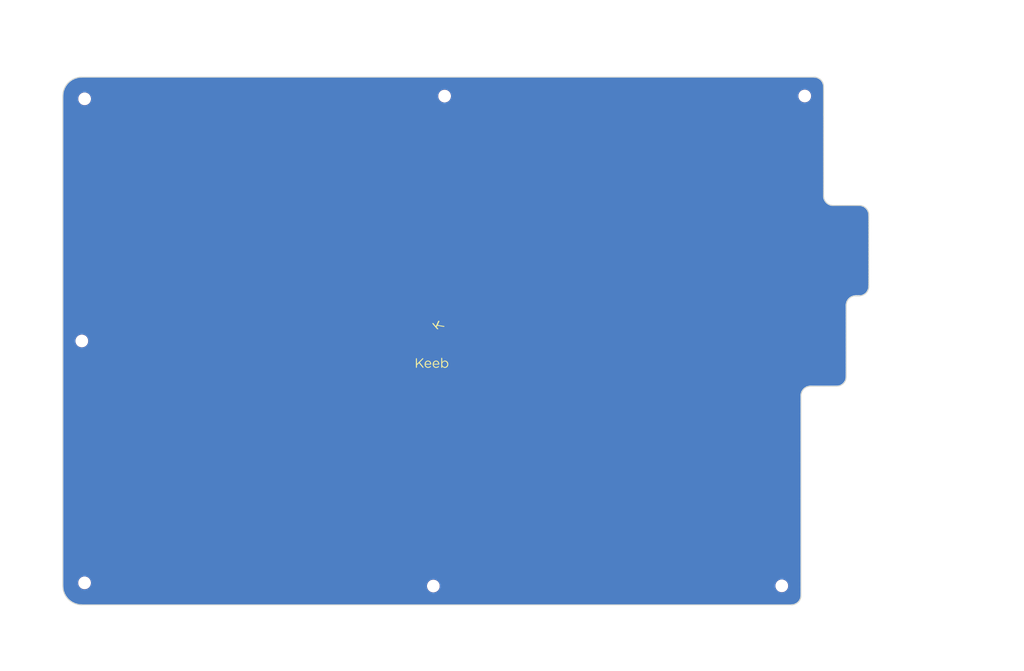
<source format=kicad_pcb>
(kicad_pcb (version 20221018) (generator pcbnew)
  (layers (0 "F.Cu" signal) (31 "B.Cu" signal) (34 "B.Paste" user) (35 "F.Paste" user) (36 "B.SilkS" user "B.Silkscreen") (37 "F.SilkS" user "F.Silkscreen") (38 "B.Mask" user) (39 "F.Mask" user) (44 "Edge.Cuts" user))
  (net 0 "")
  (footprint "Keebio-Art:Keebio-TwoTone" (layer "F.Cu") (at 98 73.86)
    (fp_text reference "G***" hide)
    (fp_text value "LOGO" hide)
  )
  (footprint "Mounting_Holes:MountingHole_2.2mm_M2" (layer "B.Cu") (at 175.22 22.21 180)
    (fp_text reference "REF**" hide)
    (fp_text value "MountingHole_2.2mm_M2" hide)
    (pad "" np_thru_hole circle (at 0 0 180) (size 2.2 2.2) (drill 2.2) (layers "*.Cu" "*.Mask"))
  )
  (footprint "Mounting_Holes:MountingHole_2.2mm_M2" (layer "B.Cu") (at 170.38 125.49 180)
    (fp_text reference "REF**" hide)
    (fp_text value "MountingHole_2.2mm_M2" hide)
    (pad "" np_thru_hole circle (at 0 0 180) (size 2.2 2.2) (drill 2.2) (layers "*.Cu" "*.Mask"))
  )
  (footprint "Mounting_Holes:MountingHole_2.2mm_M2" (layer "B.Cu") (at 96.92 125.53 180)
    (fp_text reference "REF**" hide)
    (fp_text value "MountingHole_2.2mm_M2" hide)
    (pad "" np_thru_hole circle (at 0 0 180) (size 2.2 2.2) (drill 2.2) (layers "*.Cu" "*.Mask"))
  )
  (footprint "Mounting_Holes:MountingHole_2.2mm_M2" (layer "B.Cu") (at 23.38 124.86 180)
    (fp_text reference "REF**" hide)
    (fp_text value "MountingHole_2.2mm_M2" hide)
    (pad "" np_thru_hole circle (at 0 0 180) (size 2.2 2.2) (drill 2.2) (layers "*.Cu" "*.Mask"))
  )
  (footprint "Mounting_Holes:MountingHole_2.2mm_M2" (layer "B.Cu") (at 22.8 73.86 180)
    (fp_text reference "REF**" hide)
    (fp_text value "MountingHole_2.2mm_M2" hide)
    (pad "" np_thru_hole circle (at 0 0 180) (size 2.2 2.2) (drill 2.2) (layers "*.Cu" "*.Mask"))
  )
  (footprint "Mounting_Holes:MountingHole_2.2mm_M2" (layer "B.Cu") (at 23.39 22.81 180)
    (fp_text reference "REF**" hide)
    (fp_text value "MountingHole_2.2mm_M2" hide)
    (pad "" np_thru_hole circle (at 0 0 180) (size 2.2 2.2) (drill 2.2) (layers "*.Cu" "*.Mask"))
  )
  (footprint "Mounting_Holes:MountingHole_2.2mm_M2" (layer "B.Cu") (at 99.29 22.23 180)
    (fp_text reference "REF**" hide)
    (fp_text value "MountingHole_2.2mm_M2" hide)
    (pad "" np_thru_hole circle (at 0 0 180) (size 2.2 2.2) (drill 2.2) (layers "*.Cu" "*.Mask"))
  )
  (gr_line (start 176.037005 83.424035) (end 175.910796 83.453635) (stroke (width 0.2)) (layer "Edge.Cuts"))
  (gr_line (start 182.779033 83.20875) (end 182.661374 83.257403) (stroke (width 0.2)) (layer "Edge.Cuts"))
  (gr_line (start 21.0094 18.65426) (end 20.832909 18.747995) (stroke (width 0.2)) (layer "Edge.Cuts"))
  (gr_line (start 181.126741 45.283905) (end 181.20091 45.285018) (stroke (width 0.2)) (layer "Edge.Cuts"))
  (gr_line (start 179.183118 20.024006) (end 179.169579 19.920815) (stroke (width 0.2)) (layer "Edge.Cuts"))
  (gr_line (start 172.946378 129.417999) (end 173.043994 129.389346) (stroke (width 0.2)) (layer "Edge.Cuts"))
  (gr_line (start 18.843222 21.606635) (end 18.816145 21.813019) (stroke (width 0.2)) (layer "Edge.Cuts"))
  (gr_line (start 179.194115 25.463652) (end 179.194115 25.702125) (stroke (width 0.2)) (layer "Edge.Cuts"))
  (gr_line (start 183.207764 82.945635) (end 183.107427 83.02113) (stroke (width 0.2)) (layer "Edge.Cuts"))
  (gr_line (start 19.637735 19.777661) (end 19.519579 19.937196) (stroke (width 0.2)) (layer "Edge.Cuts"))
  (gr_line (start 183.917855 81.780102) (end 183.888254 81.906311) (stroke (width 0.2)) (layer "Edge.Cuts"))
  (gr_line (start 183.956873 75.909908) (end 183.956873 76.784389) (stroke (width 0.2)) (layer "Edge.Cuts"))
  (gr_line (start 174.43211 127.280309) (end 174.43211 127.484996) (stroke (width 0.2)) (layer "Edge.Cuts"))
  (gr_line (start 179.194115 25.902655) (end 179.194115 26.060345) (stroke (width 0.2)) (layer "Edge.Cuts"))
  (gr_line (start 174.43211 104.504252) (end 174.43211 107.079298) (stroke (width 0.2)) (layer "Edge.Cuts"))
  (gr_line (start 22.372141 129.463009) (end 22.581688 129.479458) (stroke (width 0.2)) (layer "Edge.Cuts"))
  (gr_line (start 179.194115 20.348419) (end 179.194115 20.482853) (stroke (width 0.2)) (layer "Edge.Cuts"))
  (gr_line (start 18.816145 21.813019) (end 18.799695 22.022567) (stroke (width 0.2)) (layer "Edge.Cuts"))
  (gr_line (start 182.892782 83.152967) (end 182.779033 83.20875) (stroke (width 0.2)) (layer "Edge.Cuts"))
  (gr_line (start 186.71112 64.335018) (end 186.697147 64.335018) (stroke (width 0.2)) (layer "Edge.Cuts"))
  (gr_line (start 186.548732 64.335018) (end 186.507694 64.335018) (stroke (width 0.2)) (layer "Edge.Cuts"))
  (gr_line (start 179.194115 23.143183) (end 179.194115 23.510174) (stroke (width 0.2)) (layer "Edge.Cuts"))
  (gr_line (start 188.719352 61.713305) (end 188.719352 62.05051) (stroke (width 0.2)) (layer "Edge.Cuts"))
  (gr_line (start 186.692481 45.285018) (end 186.719345 45.285018) (stroke (width 0.2)) (layer "Edge.Cuts"))
  (gr_line (start 20.661794 18.850147) (end 20.496331 18.96044) (stroke (width 0.2)) (layer "Edge.Cuts"))
  (gr_line (start 179.194115 20.234996) (end 179.194115 20.264168) (stroke (width 0.2)) (layer "Edge.Cuts"))
  (gr_line (start 175.230763 83.785876) (end 175.132908 83.86441) (stroke (width 0.2)) (layer "Edge.Cuts"))
  (gr_line (start 179.194115 42.580687) (end 179.194115 42.962703) (stroke (width 0.2)) (layer "Edge.Cuts"))
  (gr_line (start 188.719352 47.723139) (end 188.719352 48.118677) (stroke (width 0.2)) (layer "Edge.Cuts"))
  (gr_line (start 188.650733 62.856311) (end 188.613301 62.979311) (stroke (width 0.2)) (layer "Edge.Cuts"))
  (gr_line (start 186.718405 64.335018) (end 186.71112 64.335018) (stroke (width 0.2)) (layer "Edge.Cuts"))
  (gr_line (start 173.139474 129.355933) (end 173.232682 129.317896) (stroke (width 0.2)) (layer "Edge.Cuts"))
  (gr_line (start 186.326433 64.335018) (end 186.279951 64.335018) (stroke (width 0.2)) (layer "Edge.Cuts"))
  (gr_line (start 174.43211 126.689151) (end 174.43211 127.280309) (stroke (width 0.2)) (layer "Edge.Cuts"))
  (gr_line (start 174.406583 127.799178) (end 174.420123 127.695986) (stroke (width 0.2)) (layer "Edge.Cuts"))
  (gr_line (start 185.960566 64.335018) (end 185.956859 64.335018) (stroke (width 0.2)) (layer "Edge.Cuts"))
  (gr_line (start 182.415446 83.332195) (end 182.287736 83.357776) (stroke (width 0.2)) (layer "Edge.Cuts"))
  (gr_line (start 19.128358 20.631859) (end 19.052286 20.818273) (stroke (width 0.2)) (layer "Edge.Cuts"))
  (gr_line (start 183.956873 80.763305) (end 183.956873 81.10051) (stroke (width 0.2)) (layer "Edge.Cuts"))
  (gr_line (start 186.985296 45.302545) (end 187.114436 45.324035) (stroke (width 0.2)) (layer "Edge.Cuts"))
  (gr_line (start 178.17472 18.491503) (end 178.086473 18.444635) (stroke (width 0.2)) (layer "Edge.Cuts"))
  (gr_line (start 183.956873 73.169798) (end 183.956873 74.090332) (stroke (width 0.2)) (layer "Edge.Cuts"))
  (gr_line (start 183.477472 82.684208) (end 183.393066 82.776894) (stroke (width 0.2)) (layer "Edge.Cuts"))
  (gr_line (start 183.956873 69.702575) (end 183.956873 70.512583) (stroke (width 0.2)) (layer "Edge.Cuts"))
  (gr_line (start 18.928156 126.515527) (end 18.98546 126.710759) (stroke (width 0.2)) (layer "Edge.Cuts"))
  (gr_line (start 180.72065 83.385018) (end 180.423301 83.385018) (stroke (width 0.2)) (layer "Edge.Cuts"))
  (gr_line (start 183.966785 66.134634) (end 183.957986 66.267644) (stroke (width 0.2)) (layer "Edge.Cuts"))
  (gr_line (start 182.287736 83.357776) (end 182.157236 83.375105) (stroke (width 0.2)) (layer "Edge.Cuts"))
  (gr_line (start 188.487301 46.349092) (end 188.543084 46.46284) (stroke (width 0.2)) (layer "Edge.Cuts"))
  (gr_line (start 179.169579 19.920815) (end 179.150864 19.819344) (stroke (width 0.2)) (layer "Edge.Cuts"))
  (gr_line (start 186.919714 64.325105) (end 186.786704 64.333905) (stroke (width 0.2)) (layer "Edge.Cuts"))
  (gr_line (start 184.709294 45.285018) (end 185.030338 45.285018) (stroke (width 0.2)) (layer "Edge.Cuts"))
  (gr_line (start 21.962818 129.398501) (end 22.165759 129.435931) (stroke (width 0.2)) (layer "Edge.Cuts"))
  (gr_line (start 180.863231 45.257776) (end 180.993731 45.275105) (stroke (width 0.2)) (layer "Edge.Cuts"))
  (gr_line (start 18.816145 125.906974) (end 18.843222 126.113358) (stroke (width 0.2)) (layer "Edge.Cuts"))
  (gr_line (start 187.541512 64.15875) (end 187.423853 64.207403) (stroke (width 0.2)) (layer "Edge.Cuts"))
  (gr_line (start 179.191343 20.128779) (end 179.183118 20.024006) (stroke (width 0.2)) (layer "Edge.Cuts"))
  (gr_line (start 177.263847 83.385018) (end 177.028485 83.385018) (stroke (width 0.2)) (layer "Edge.Cuts"))
  (gr_line (start 175.910796 83.453635) (end 175.787798 83.491065) (stroke (width 0.2)) (layer "Edge.Cuts"))
  (gr_line (start 183.956873 79.760389) (end 183.956873 80.312504) (stroke (width 0.2)) (layer "Edge.Cuts"))
  (gr_line (start 180.043547 44.92113) (end 180.148633 44.990334) (stroke (width 0.2)) (layer "Edge.Cuts"))
  (gr_line (start 183.956873 68.9509) (end 183.956873 69.702575) (stroke (width 0.2)) (layer "Edge.Cuts"))
  (gr_line (start 186.677108 64.335018) (end 186.651624 64.335018) (stroke (width 0.2)) (layer "Edge.Cuts"))
  (gr_line (start 19.052286 20.818273) (end 18.98546 21.009235) (stroke (width 0.2)) (layer "Edge.Cuts"))
  (gr_line (start 181.684825 45.285018) (end 181.904428 45.285018) (stroke (width 0.2)) (layer "Edge.Cuts"))
  (gr_line (start 181.354951 45.285018) (end 181.500164 45.285018) (stroke (width 0.2)) (layer "Edge.Cuts"))
  (gr_line (start 172.642103 129.474006) (end 172.745295 129.460467) (stroke (width 0.2)) (layer "Edge.Cuts"))
  (gr_line (start 184.755526 64.735876) (end 184.657671 64.81441) (stroke (width 0.2)) (layer "Edge.Cuts"))
  (gr_line (start 179.456638 44.276246) (end 179.52259 44.383604) (stroke (width 0.2)) (layer "Edge.Cuts"))
  (gr_line (start 186.621319 64.335018) (end 186.586814 64.335018) (stroke (width 0.2)) (layer "Edge.Cuts"))
  (gr_line (start 18.98546 21.009235) (end 18.928156 21.204466) (stroke (width 0.2)) (layer "Edge.Cuts"))
  (gr_line (start 182.661374 83.257403) (end 182.540085 83.298644) (stroke (width 0.2)) (layer "Edge.Cuts"))
  (gr_line (start 21.0094 129.065749) (end 21.19099 129.150792) (stroke (width 0.2)) (layer "Edge.Cuts"))
  (gr_line (start 18.98546 126.710759) (end 19.052286 126.901721) (stroke (width 0.2)) (layer "Edge.Cuts"))
  (gr_line (start 179.194115 20.662575) (end 179.194115 20.882688) (stroke (width 0.2)) (layer "Edge.Cuts"))
  (gr_line (start 182.157236 83.375105) (end 182.024225 83.383905) (stroke (width 0.2)) (layer "Edge.Cuts"))
  (gr_line (start 180.423301 83.385018) (end 180.109046 83.385018) (stroke (width 0.2)) (layer "Edge.Cuts"))
  (gr_line (start 183.956873 74.090332) (end 183.956873 75.007795) (stroke (width 0.2)) (layer "Edge.Cuts"))
  (gr_line (start 173.580015 129.122282) (end 173.659783 129.063203) (stroke (width 0.2)) (layer "Edge.Cuts"))
  (gr_line (start 22.581688 18.240555) (end 22.372141 18.257004) (stroke (width 0.2)) (layer "Edge.Cuts"))
  (gr_line (start 179.10993 83.385018) (end 178.773134 83.385018) (stroke (width 0.2)) (layer "Edge.Cuts"))
  (gr_line (start 188.456823 63.326246) (end 188.39087 63.433604) (stroke (width 0.2)) (layer "Edge.Cuts"))
  (gr_line (start 174.871484 84.134114) (end 174.795991 84.23445) (stroke (width 0.2)) (layer "Edge.Cuts"))
  (gr_line (start 175.040223 83.948814) (end 174.952988 84.038809) (stroke (width 0.2)) (layer "Edge.Cuts"))
  (gr_line (start 179.194115 26.170299) (end 179.194115 26.227623) (stroke (width 0.2)) (layer "Edge.Cuts"))
  (gr_line (start 183.753588 82.264558) (end 183.694345 82.376246) (stroke (width 0.2)) (layer "Edge.Cuts"))
  (gr_line (start 188.719352 51.462583) (end 188.719352 52.318643) (stroke (width 0.2)) (layer "Edge.Cuts"))
  (gr_line (start 186.108022 64.335018) (end 186.071651 64.335018) (stroke (width 0.2)) (layer "Edge.Cuts"))
  (gr_line (start 183.956873 71.368643) (end 183.956873 72.258475) (stroke (width 0.2)) (layer "Edge.Cuts"))
  (gr_line (start 184.564986 64.898814) (end 184.477751 64.988809) (stroke (width 0.2)) (layer "Edge.Cuts"))
  (gr_line (start 187.423853 64.207403) (end 187.302564 64.248644) (stroke (width 0.2)) (layer "Edge.Cuts"))
  (gr_line (start 188.719352 55.040332) (end 188.719352 55.957795) (stroke (width 0.2)) (layer "Edge.Cuts"))
  (gr_line (start 179.943211 44.845635) (end 180.043547 44.92113) (stroke (width 0.2)) (layer "Edge.Cuts"))
  (gr_line (start 185.193053 64.486047) (end 185.077316 64.538298) (stroke (width 0.2)) (layer "Edge.Cuts"))
  (gr_line (start 179.594973 44.486351) (end 179.673507 44.584208) (stroke (width 0.2)) (layer "Edge.Cuts"))
  (gr_line (start 179.194115 43.202115) (end 179.194115 43.28501) (stroke (width 0.2)) (layer "Edge.Cuts"))
  (gr_line (start 186.719345 45.285018) (end 186.853505 45.289446) (stroke (width 0.2)) (layer "Edge.Cuts"))
  (gr_line (start 182.727797 45.285018) (end 183.042079 45.285018) (stroke (width 0.2)) (layer "Edge.Cuts"))
  (gr_line (start 18.880651 21.403692) (end 18.843222 21.606635) (stroke (width 0.2)) (layer "Edge.Cuts"))
  (gr_line (start 188.719352 62.05051) (end 188.719352 62.261838) (stroke (width 0.2)) (layer "Edge.Cuts"))
  (gr_line (start 180.996586 83.385018) (end 180.72065 83.385018) (stroke (width 0.2)) (layer "Edge.Cuts"))
  (gr_line (start 173.946447 128.790332) (end 174.00932 128.713667) (stroke (width 0.2)) (layer "Edge.Cuts"))
  (gr_line (start 184.320754 65.18445) (end 184.251551 65.289536) (stroke (width 0.2)) (layer "Edge.Cuts"))
  (gr_line (start 19.519579 19.937196) (end 19.409287 20.102659) (stroke (width 0.2)) (layer "Edge.Cuts"))
  (gr_line (start 186.786704 64.333905) (end 186.718405 64.335018) (stroke (width 0.2)) (layer "Edge.Cuts"))
  (gr_line (start 188.719352 54.119798) (end 188.719352 55.040332) (stroke (width 0.2)) (layer "Edge.Cuts"))
  (gr_line (start 183.956873 67.168677) (end 183.956873 67.67167) (stroke (width 0.2)) (layer "Edge.Cuts"))
  (gr_line (start 187.114436 45.324035) (end 187.240645 45.353635) (stroke (width 0.2)) (layer "Edge.Cuts"))
  (gr_line (start 184.858272 64.663493) (end 184.755526 64.735876) (stroke (width 0.2)) (layer "Edge.Cuts"))
  (gr_line (start 183.956873 67.67167) (end 183.956873 68.269838) (stroke (width 0.2)) (layer "Edge.Cuts"))
  (gr_line (start 175.787798 83.491065) (end 175.66829 83.536047) (stroke (width 0.2)) (layer "Edge.Cuts"))
  (gr_line (start 179.065045 19.526637) (end 179.027008 19.43343) (stroke (width 0.2)) (layer "Edge.Cuts"))
  (gr_line (start 174.43211 122.940377) (end 174.43211 124.484831) (stroke (width 0.2)) (layer "Edge.Cuts"))
  (gr_line (start 186.697147 64.335018) (end 186.677108 64.335018) (stroke (width 0.2)) (layer "Edge.Cuts"))
  (gr_line (start 174.608374 84.56284) (end 174.559722 84.680497) (stroke (width 0.2)) (layer "Edge.Cuts"))
  (gr_line (start 186.651624 64.335018) (end 186.621319 64.335018) (stroke (width 0.2)) (layer "Edge.Cuts"))
  (gr_line (start 181.500164 45.285018) (end 181.684825 45.285018) (stroke (width 0.2)) (layer "Edge.Cuts"))
  (gr_line (start 187.302564 64.248644) (end 187.177924 64.282195) (stroke (width 0.2)) (layer "Edge.Cuts"))
  (gr_line (start 18.799695 22.022567) (end 18.794151 22.235003) (stroke (width 0.2)) (layer "Edge.Cuts"))
  (gr_line (start 179.194115 22.417768) (end 179.194115 22.777415) (stroke (width 0.2)) (layer "Edge.Cuts"))
  (gr_line (start 186.586814 64.335018) (end 186.548732 64.335018) (stroke (width 0.2)) (layer "Edge.Cuts"))
  (gr_line (start 174.43211 87.717073) (end 174.43211 89.124115) (stroke (width 0.2)) (layer "Edge.Cuts"))
  (gr_line (start 19.2134 20.450267) (end 19.128358 20.631859) (stroke (width 0.2)) (layer "Edge.Cuts"))
  (gr_line (start 19.2134 127.269729) (end 19.307135 127.446222) (stroke (width 0.2)) (layer "Edge.Cuts"))
  (gr_line (start 174.364116 128.000261) (end 174.387868 127.900649) (stroke (width 0.2)) (layer "Edge.Cuts"))
  (gr_line (start 174.43211 97.071116) (end 174.43211 99.465808) (stroke (width 0.2)) (layer "Edge.Cuts"))
  (gr_line (start 21.19099 18.569218) (end 21.0094 18.65426) (stroke (width 0.2)) (layer "Edge.Cuts"))
  (gr_line (start 174.264012 128.286565) (end 174.302049 128.193358) (stroke (width 0.2)) (layer "Edge.Cuts"))
  (gr_line (start 187.817938 45.613493) (end 187.920685 45.685876) (stroke (width 0.2)) (layer "Edge.Cuts"))
  (gr_line (start 179.198543 43.419171) (end 179.211643 43.550961) (stroke (width 0.2)) (layer "Edge.Cuts"))
  (gr_line (start 186.122904 45.285018) (end 186.3256 45.285018) (stroke (width 0.2)) (layer "Edge.Cuts"))
  (gr_line (start 186.853505 45.289446) (end 186.985296 45.302545) (stroke (width 0.2)) (layer "Edge.Cuts"))
  (gr_line (start 175.66829 83.536047) (end 175.552552 83.588298) (stroke (width 0.2)) (layer "Edge.Cuts"))
  (gr_line (start 187.920685 45.685876) (end 188.018542 45.76441) (stroke (width 0.2)) (layer "Edge.Cuts"))
  (gr_line (start 179.194115 23.873493) (end 179.194115 24.228244) (stroke (width 0.2)) (layer "Edge.Cuts"))
  (gr_line (start 188.719352 62.33501) (end 188.714923 62.469171) (stroke (width 0.2)) (layer "Edge.Cuts"))
  (gr_line (start 183.956873 66.497337) (end 183.956873 66.773139) (stroke (width 0.2)) (layer "Edge.Cuts"))
  (gr_line (start 179.194115 42.962703) (end 179.194115 43.202115) (stroke (width 0.2)) (layer "Edge.Cuts"))
  (gr_line (start 184.009694 65.876425) (end 183.984114 66.004134) (stroke (width 0.2)) (layer "Edge.Cuts"))
  (gr_line (start 179.194115 27.749313) (end 179.194115 28.426971) (stroke (width 0.2)) (layer "Edge.Cuts"))
  (gr_line (start 174.43211 85.43689) (end 174.43211 85.839107) (stroke (width 0.2)) (layer "Edge.Cuts"))
  (gr_line (start 174.387868 127.900649) (end 174.406583 127.799178) (stroke (width 0.2)) (layer "Edge.Cuts"))
  (gr_line (start 20.496331 18.96044) (end 20.336797 19.078596) (stroke (width 0.2)) (layer "Edge.Cuts"))
  (gr_line (start 179.194115 20.882688) (end 179.194115 21.138296) (stroke (width 0.2)) (layer "Edge.Cuts"))
  (gr_line (start 187.363645 45.391065) (end 187.483154 45.436047) (stroke (width 0.2)) (layer "Edge.Cuts"))
  (gr_line (start 176.66032 83.385018) (end 176.536534 83.385018) (stroke (width 0.2)) (layer "Edge.Cuts"))
  (gr_line (start 179.194115 30.050104) (end 179.194115 30.967753) (stroke (width 0.2)) (layer "Edge.Cuts"))
  (gr_line (start 20.661794 128.86986) (end 20.832909 128.972013) (stroke (width 0.2)) (layer "Edge.Cuts"))
  (gr_line (start 174.43211 109.645755) (end 174.43211 112.169271) (stroke (width 0.2)) (layer "Edge.Cuts"))
  (gr_line (start 183.957986 66.267644) (end 183.956873 66.353552) (stroke (width 0.2)) (layer "Edge.Cuts"))
  (gr_line (start 179.194115 36.060332) (end 179.194115 37.082325) (stroke (width 0.2)) (layer "Edge.Cuts"))
  (gr_line (start 183.956873 76.784389) (end 183.956873 77.618959) (stroke (width 0.2)) (layer "Edge.Cuts"))
  (gr_line (start 179.194115 21.138296) (end 179.194115 21.424505) (stroke (width 0.2)) (layer "Edge.Cuts"))
  (gr_line (start 188.424668 46.239536) (end 188.487301 46.349092) (stroke (width 0.2)) (layer "Edge.Cuts"))
  (gr_line (start 179.233132 43.680102) (end 179.262732 43.806311) (stroke (width 0.2)) (layer "Edge.Cuts"))
  (gr_line (start 179.194115 26.227623) (end 179.194115 26.256031) (stroke (width 0.2)) (layer "Edge.Cuts"))
  (gr_line (start 188.718239 47.217644) (end 188.719352 47.303552) (stroke (width 0.2)) (layer "Edge.Cuts"))
  (gr_line (start 20.183468 128.515665) (end 20.336797 128.641409) (stroke (width 0.2)) (layer "Edge.Cuts"))
  (gr_line (start 179.194115 22.069136) (end 179.194115 22.417768) (stroke (width 0.2)) (layer "Edge.Cuts"))
  (gr_line (start 185.312561 64.441065) (end 185.193053 64.486047) (stroke (width 0.2)) (layer "Edge.Cuts"))
  (gr_line (start 188.065549 63.81413) (end 187.970242 63.895635) (stroke (width 0.2)) (layer "Edge.Cuts"))
  (gr_line (start 178.772315 19.006334) (end 178.709442 18.929669) (stroke (width 0.2)) (layer "Edge.Cuts"))
  (gr_line (start 176.297935 83.389446) (end 176.166145 83.402545) (stroke (width 0.2)) (layer "Edge.Cuts"))
  (gr_line (start 183.694345 82.376246) (end 183.628391 82.483604) (stroke (width 0.2)) (layer "Edge.Cuts"))
  (gr_line (start 178.422778 18.656802) (end 178.34301 18.597724) (stroke (width 0.2)) (layer "Edge.Cuts"))
  (gr_line (start 21.763594 18.369016) (end 21.568364 18.42632) (stroke (width 0.2)) (layer "Edge.Cuts"))
  (gr_line (start 20.183468 19.20434) (end 20.036621 19.337395) (stroke (width 0.2)) (layer "Edge.Cuts"))
  (gr_line (start 188.719352 48.62167) (end 188.719352 49.219838) (stroke (width 0.2)) (layer "Edge.Cuts"))
  (gr_line (start 184.396247 65.084114) (end 184.320754 65.18445) (stroke (width 0.2)) (layer "Edge.Cuts"))
  (gr_line (start 186.419241 64.335018) (end 186.37307 64.335018) (stroke (width 0.2)) (layer "Edge.Cuts"))
  (gr_line (start 179.194115 39.904837) (end 179.194115 40.718142) (stroke (width 0.2)) (layer "Edge.Cuts"))
  (gr_line (start 21.377404 129.226865) (end 21.568364 129.293692) (stroke (width 0.2)) (layer "Edge.Cuts"))
  (gr_line (start 21.763594 129.350996) (end 21.962818 129.398501) (stroke (width 0.2)) (layer "Edge.Cuts"))
  (gr_line (start 179.098458 19.622117) (end 179.065045 19.526637) (stroke (width 0.2)) (layer "Edge.Cuts"))
  (gr_line (start 180.610883 45.198644) (end 180.735522 45.232195) (stroke (width 0.2)) (layer "Edge.Cuts"))
  (gr_line (start 183.956873 66.773139) (end 183.956873 67.168677) (stroke (width 0.2)) (layer "Edge.Cuts"))
  (gr_line (start 19.307135 127.446222) (end 19.409287 127.617339) (stroke (width 0.2)) (layer "Edge.Cuts"))
  (gr_line (start 179.194115 26.256031) (end 179.194115 26.418924) (stroke (width 0.2)) (layer "Edge.Cuts"))
  (gr_line (start 177.300325 18.237783) (end 177.194108 18.235011) (stroke (width 0.2)) (layer "Edge.Cuts"))
  (gr_line (start 188.719352 58.568959) (end 188.719352 59.351335) (stroke (width 0.2)) (layer "Edge.Cuts"))
  (gr_line (start 173.043994 129.389346) (end 173.139474 129.355933) (stroke (width 0.2)) (layer "Edge.Cuts"))
  (gr_line (start 188.111228 45.848814) (end 188.198464 45.938809) (stroke (width 0.2)) (layer "Edge.Cuts"))
  (gr_line (start 188.516067 63.214558) (end 188.456823 63.326246) (stroke (width 0.2)) (layer "Edge.Cuts"))
  (gr_line (start 184.965629 64.59754) (end 184.858272 64.663493) (stroke (width 0.2)) (layer "Edge.Cuts"))
  (gr_line (start 183.042079 45.285018) (end 183.368759 45.285018) (stroke (width 0.2)) (layer "Edge.Cuts"))
  (gr_line (start 188.719352 61.262504) (end 188.719352 61.713305) (stroke (width 0.2)) (layer "Edge.Cuts"))
  (gr_line (start 176.166145 83.402545) (end 176.037005 83.424035) (stroke (width 0.2)) (layer "Edge.Cuts"))
  (gr_line (start 174.428347 127.591213) (end 174.43112 127.484996) (stroke (width 0.2)) (layer "Edge.Cuts"))
  (gr_line (start 183.984114 66.004134) (end 183.966785 66.134634) (stroke (width 0.2)) (layer "Edge.Cuts"))
  (gr_line (start 174.221491 128.377361) (end 174.264012 128.286565) (stroke (width 0.2)) (layer "Edge.Cuts"))
  (gr_line (start 186.3256 45.285018) (end 186.491101 45.285018) (stroke (width 0.2)) (layer "Edge.Cuts"))
  (gr_line (start 185.33673 45.285018) (end 185.623961 45.285018) (stroke (width 0.2)) (layer "Edge.Cuts"))
  (gr_line (start 174.952988 84.038809) (end 174.871484 84.134114) (stroke (width 0.2)) (layer "Edge.Cuts"))
  (gr_line (start 173.809873 128.933802) (end 173.879919 128.863756) (stroke (width 0.2)) (layer "Edge.Cuts"))
  (gr_line (start 174.43211 121.146862) (end 174.43211 122.940377) (stroke (width 0.2)) (layer "Edge.Cuts"))
  (gr_line (start 183.956873 81.10051) (end 183.956873 81.311838) (stroke (width 0.2)) (layer "Edge.Cuts"))
  (gr_line (start 179.194115 39.018491) (end 179.194115 39.904837) (stroke (width 0.2)) (layer "Edge.Cuts"))
  (gr_line (start 183.002339 83.090334) (end 182.892782 83.152967) (stroke (width 0.2)) (layer "Edge.Cuts"))
  (gr_line (start 22.581688 129.479458) (end 22.794122 129.485003) (stroke (width 0.2)) (layer "Edge.Cuts"))
  (gr_line (start 188.613301 62.979311) (end 188.568319 63.098819) (stroke (width 0.2)) (layer "Edge.Cuts"))
  (gr_line (start 176.536534 83.385018) (end 176.458957 83.385018) (stroke (width 0.2)) (layer "Edge.Cuts"))
  (gr_line (start 183.956873 78.401335) (end 183.956873 79.119239) (stroke (width 0.2)) (layer "Edge.Cuts"))
  (gr_line (start 179.194115 42.06998) (end 179.194115 42.580687) (stroke (width 0.2)) (layer "Edge.Cuts"))
  (gr_line (start 20.832909 128.972013) (end 21.0094 129.065749) (stroke (width 0.2)) (layer "Edge.Cuts"))
  (gr_line (start 174.43211 107.079298) (end 174.43211 109.645755) (stroke (width 0.2)) (layer "Edge.Cuts"))
  (gr_line (start 183.956873 72.258475) (end 183.956873 73.169798) (stroke (width 0.2)) (layer "Edge.Cuts"))
  (gr_line (start 188.155545 63.726894) (end 188.065549 63.81413) (stroke (width 0.2)) (layer "Edge.Cuts"))
  (gr_line (start 19.896532 128.242518) (end 20.036621 128.382609) (stroke (width 0.2)) (layer "Edge.Cuts"))
  (gr_line (start 188.198464 45.938809) (end 188.279969 46.034114) (stroke (width 0.2)) (layer "Edge.Cuts"))
  (gr_line (start 19.409287 127.617339) (end 19.519579 127.782804) (stroke (width 0.2)) (layer "Edge.Cuts"))
  (gr_line (start 188.714923 62.469171) (end 188.701824 62.600961) (stroke (width 0.2)) (layer "Edge.Cuts"))
  (gr_line (start 188.39087 63.433604) (end 188.318485 63.536351) (stroke (width 0.2)) (layer "Edge.Cuts"))
  (gr_line (start 188.719352 48.118677) (end 188.719352 48.62167) (stroke (width 0.2)) (layer "Edge.Cuts"))
  (gr_line (start 188.70944 47.084634) (end 188.718239 47.217644) (stroke (width 0.2)) (layer "Edge.Cuts"))
  (gr_line (start 176.432096 83.385018) (end 176.297935 83.389446) (stroke (width 0.2)) (layer "Edge.Cuts"))
  (gr_line (start 187.483154 45.436047) (end 187.598892 45.488298) (stroke (width 0.2)) (layer "Edge.Cuts"))
  (gr_line (start 20.832909 18.747995) (end 20.661794 18.850147) (stroke (width 0.2)) (layer "Edge.Cuts"))
  (gr_line (start 174.664156 84.449092) (end 174.608374 84.56284) (stroke (width 0.2)) (layer "Edge.Cuts"))
  (gr_line (start 183.956873 68.269838) (end 183.956873 68.9509) (stroke (width 0.2)) (layer "Edge.Cuts"))
  (gr_line (start 181.2466 83.385018) (end 180.996586 83.385018) (stroke (width 0.2)) (layer "Edge.Cuts"))
  (gr_line (start 179.52259 44.383604) (end 179.594973 44.486351) (stroke (width 0.2)) (layer "Edge.Cuts"))
  (gr_line (start 184.251551 65.289536) (end 184.188919 65.399092) (stroke (width 0.2)) (layer "Edge.Cuts"))
  (gr_line (start 180.148633 44.990334) (end 180.25819 45.052967) (stroke (width 0.2)) (layer "Edge.Cuts"))
  (gr_line (start 183.368759 45.285018) (end 183.703329 45.285018) (stroke (width 0.2)) (layer "Edge.Cuts"))
  (gr_line (start 188.355464 46.13445) (end 188.424668 46.239536) (stroke (width 0.2)) (layer "Edge.Cuts"))
  (gr_line (start 184.378105 45.285018) (end 184.709294 45.285018) (stroke (width 0.2)) (layer "Edge.Cuts"))
  (gr_line (start 179.447852 83.385018) (end 179.10993 83.385018) (stroke (width 0.2)) (layer "Edge.Cuts"))
  (gr_line (start 188.543084 46.46284) (end 188.591737 46.580497) (stroke (width 0.2)) (layer "Edge.Cuts"))
  (gr_line (start 174.43211 114.615493) (end 174.43211 116.950067) (stroke (width 0.2)) (layer "Edge.Cuts"))
  (gr_line (start 178.441974 83.385018) (end 178.120957 83.385018) (stroke (width 0.2)) (layer "Edge.Cuts"))
  (gr_line (start 19.763478 128.09567) (end 19.896532 128.242518) (stroke (width 0.2)) (layer "Edge.Cuts"))
  (gr_line (start 183.850823 82.029311) (end 183.805841 82.148819) (stroke (width 0.2)) (layer "Edge.Cuts"))
  (gr_line (start 179.194115 43.28501) (end 179.198543 43.419171) (stroke (width 0.2)) (layer "Edge.Cuts"))
  (gr_line (start 179.194115 20.264168) (end 179.194115 20.348419) (stroke (width 0.2)) (layer "Edge.Cuts"))
  (gr_line (start 19.763478 19.624332) (end 19.637735 19.777661) (stroke (width 0.2)) (layer "Edge.Cuts"))
  (gr_line (start 179.194115 21.736417) (end 179.194115 22.069136) (stroke (width 0.2)) (layer "Edge.Cuts"))
  (gr_line (start 186.464323 64.335018) (end 186.419241 64.335018) (stroke (width 0.2)) (layer "Edge.Cuts"))
  (gr_line (start 174.302049 128.193358) (end 174.335463 128.097877) (stroke (width 0.2)) (layer "Edge.Cuts"))
  (gr_line (start 179.782394 83.385018) (end 179.447852 83.385018) (stroke (width 0.2)) (layer "Edge.Cuts"))
  (gr_line (start 178.831394 19.086101) (end 178.772315 19.006334) (stroke (width 0.2)) (layer "Edge.Cuts"))
  (gr_line (start 174.459351 85.054134) (end 174.442022 85.184634) (stroke (width 0.2)) (layer "Edge.Cuts"))
  (gr_line (start 188.591737 46.580497) (end 188.632978 46.701786) (stroke (width 0.2)) (layer "Edge.Cuts"))
  (gr_line (start 183.107427 83.02113) (end 183.002339 83.090334) (stroke (width 0.2)) (layer "Edge.Cuts"))
  (gr_line (start 179.194115 20.482853) (end 179.194115 20.662575) (stroke (width 0.2)) (layer "Edge.Cuts"))
  (gr_line (start 180.489595 45.157403) (end 180.610883 45.198644) (stroke (width 0.2)) (layer "Edge.Cuts"))
  (gr_line (start 175.333509 83.713493) (end 175.230763 83.785876) (stroke (width 0.2)) (layer "Edge.Cuts"))
  (gr_line (start 179.262732 43.806311) (end 179.300163 43.929311) (stroke (width 0.2)) (layer "Edge.Cuts"))
  (gr_line (start 179.194115 23.510174) (end 179.194115 23.873493) (stroke (width 0.2)) (layer "Edge.Cuts"))
  (gr_line (start 180.109046 83.385018) (end 179.782394 83.385018) (stroke (width 0.2)) (layer "Edge.Cuts"))
  (gr_line (start 179.673507 44.584208) (end 179.757911 44.676894) (stroke (width 0.2)) (layer "Edge.Cuts"))
  (gr_line (start 183.556007 82.586351) (end 183.477472 82.684208) (stroke (width 0.2)) (layer "Edge.Cuts"))
  (gr_line (start 179.194115 24.569532) (end 179.194115 24.89246) (stroke (width 0.2)) (layer "Edge.Cuts"))
  (gr_line (start 188.719352 47.303552) (end 188.719352 47.447337) (stroke (width 0.2)) (layer "Edge.Cuts"))
  (gr_line (start 179.194115 25.702125) (end 179.194115 25.902655) (stroke (width 0.2)) (layer "Edge.Cuts"))
  (gr_line (start 181.950057 83.385018) (end 181.897274 83.385018) (stroke (width 0.2)) (layer "Edge.Cuts"))
  (gr_line (start 187.050214 64.307776) (end 186.919714 64.325105) (stroke (width 0.2)) (layer "Edge.Cuts"))
  (gr_line (start 174.559722 84.680497) (end 174.518481 84.801786) (stroke (width 0.2)) (layer "Edge.Cuts"))
  (gr_line (start 176.458957 83.385018) (end 176.432096 83.385018) (stroke (width 0.2)) (layer "Edge.Cuts"))
  (gr_line (start 179.194115 21.424505) (end 179.194115 21.736417) (stroke (width 0.2)) (layer "Edge.Cuts"))
  (gr_line (start 183.888254 81.906311) (end 183.850823 82.029311) (stroke (width 0.2)) (layer "Edge.Cuts"))
  (gr_line (start 19.052286 126.901721) (end 19.128358 127.088137) (stroke (width 0.2)) (layer "Edge.Cuts"))
  (gr_line (start 183.956873 79.119239) (end 183.956873 79.760389) (stroke (width 0.2)) (layer "Edge.Cuts"))
  (gr_line (start 178.886541 19.168832) (end 178.831394 19.086101) (stroke (width 0.2)) (layer "Edge.Cuts"))
  (gr_line (start 181.20091 45.285018) (end 181.253698 45.285018) (stroke (width 0.2)) (layer "Edge.Cuts"))
  (gr_line (start 20.336797 19.078596) (end 20.183468 19.20434) (stroke (width 0.2)) (layer "Edge.Cuts"))
  (gr_line (start 183.956873 81.311838) (end 183.956873 81.38501) (stroke (width 0.2)) (layer "Edge.Cuts"))
  (gr_line (start 186.614897 45.285018) (end 186.692481 45.285018) (stroke (width 0.2)) (layer "Edge.Cuts"))
  (gr_line (start 183.956873 77.618959) (end 183.956873 78.401335) (stroke (width 0.2)) (layer "Edge.Cuts"))
  (gr_line (start 19.637735 127.942339) (end 19.763478 128.09567) (stroke (width 0.2)) (layer "Edge.Cuts"))
  (gr_line (start 185.43556 64.403635) (end 185.312561 64.441065) (stroke (width 0.2)) (layer "Edge.Cuts"))
  (gr_line (start 19.307135 20.273775) (end 19.2134 20.450267) (stroke (width 0.2)) (layer "Edge.Cuts"))
  (gr_line (start 182.024225 83.383905) (end 181.950057 83.385018) (stroke (width 0.2)) (layer "Edge.Cuts"))
  (gr_line (start 183.805841 82.148819) (end 183.753588 82.264558) (stroke (width 0.2)) (layer "Edge.Cuts"))
  (gr_line (start 22.372141 18.257004) (end 22.165759 18.284082) (stroke (width 0.2)) (layer "Edge.Cuts"))
  (gr_line (start 184.084485 65.630497) (end 184.043245 65.751786) (stroke (width 0.2)) (layer "Edge.Cuts"))
  (gr_line (start 177.709373 18.302013) (end 177.609761 18.278261) (stroke (width 0.2)) (layer "Edge.Cuts"))
  (gr_line (start 177.806989 18.330665) (end 177.709373 18.302013) (stroke (width 0.2)) (layer "Edge.Cuts"))
  (gr_line (start 174.795991 84.23445) (end 174.726788 84.339536) (stroke (width 0.2)) (layer "Edge.Cuts"))
  (gr_line (start 179.194115 29.198539) (end 179.194115 30.050104) (stroke (width 0.2)) (layer "Edge.Cuts"))
  (gr_line (start 179.194115 26.060345) (end 179.194115 26.170299) (stroke (width 0.2)) (layer "Edge.Cuts"))
  (gr_line (start 174.43211 99.465808) (end 174.43211 101.954971) (stroke (width 0.2)) (layer "Edge.Cuts"))
  (gr_line (start 181.796029 83.385018) (end 181.650829 83.385018) (stroke (width 0.2)) (layer "Edge.Cuts"))
  (gr_line (start 183.956873 70.512583) (end 183.956873 71.368643) (stroke (width 0.2)) (layer "Edge.Cuts"))
  (gr_line (start 18.794151 125.484989) (end 18.799695 125.697425) (stroke (width 0.2)) (layer "Edge.Cuts"))
  (gr_line (start 174.43211 85.839107) (end 174.43211 86.610619) (stroke (width 0.2)) (layer "Edge.Cuts"))
  (gr_line (start 174.420123 127.695986) (end 174.428347 127.591213) (stroke (width 0.2)) (layer "Edge.Cuts"))
  (gr_line (start 183.939345 81.650961) (end 183.917855 81.780102) (stroke (width 0.2)) (layer "Edge.Cuts"))
  (gr_line (start 179.150864 19.819344) (end 179.127111 19.719732) (stroke (width 0.2)) (layer "Edge.Cuts"))
  (gr_line (start 188.719352 49.9009) (end 188.719352 50.652575) (stroke (width 0.2)) (layer "Edge.Cuts"))
  (gr_line (start 187.240645 45.353635) (end 187.363645 45.391065) (stroke (width 0.2)) (layer "Edge.Cuts"))
  (gr_line (start 19.519579 127.782804) (end 19.637735 127.942339) (stroke (width 0.2)) (layer "Edge.Cuts"))
  (gr_line (start 184.477751 64.988809) (end 184.396247 65.084114) (stroke (width 0.2)) (layer "Edge.Cuts"))
  (gr_line (start 172.745295 129.460467) (end 172.846766 129.441752) (stroke (width 0.2)) (layer "Edge.Cuts"))
  (gr_line (start 188.719352 60.710389) (end 188.719352 61.262504) (stroke (width 0.2)) (layer "Edge.Cuts"))
  (gr_line (start 179.194115 31.937575) (end 179.194115 32.945656) (stroke (width 0.2)) (layer "Edge.Cuts"))
  (gr_line (start 182.540085 83.298644) (end 182.415446 83.332195) (stroke (width 0.2)) (layer "Edge.Cuts"))
  (gr_line (start 179.194115 26.731377) (end 179.194115 27.179478) (stroke (width 0.2)) (layer "Edge.Cuts"))
  (gr_line (start 185.887522 45.285018) (end 186.122904 45.285018) (stroke (width 0.2)) (layer "Edge.Cuts"))
  (gr_line (start 177.405098 18.246007) (end 177.300325 18.237783) (stroke (width 0.2)) (layer "Edge.Cuts"))
  (gr_line (start 180.25819 45.052967) (end 180.371937 45.10875) (stroke (width 0.2)) (layer "Edge.Cuts"))
  (gr_line (start 20.036621 128.382609) (end 20.183468 128.515665) (stroke (width 0.2)) (layer "Edge.Cuts"))
  (gr_line (start 188.018542 45.76441) (end 188.111228 45.848814) (stroke (width 0.2)) (layer "Edge.Cuts"))
  (gr_line (start 188.719352 53.208475) (end 188.719352 54.119798) (stroke (width 0.2)) (layer "Edge.Cuts"))
  (gr_line (start 185.623961 45.285018) (end 185.887522 45.285018) (stroke (width 0.2)) (layer "Edge.Cuts"))
  (gr_line (start 184.041281 45.285018) (end 184.378105 45.285018) (stroke (width 0.2)) (layer "Edge.Cuts"))
  (gr_line (start 179.194115 24.89246) (end 179.194115 25.192132) (stroke (width 0.2)) (layer "Edge.Cuts"))
  (gr_line (start 188.701824 62.600961) (end 188.680334 62.730102) (stroke (width 0.2)) (layer "Edge.Cuts"))
  (gr_line (start 19.128358 127.088137) (end 19.2134 127.269729) (stroke (width 0.2)) (layer "Edge.Cuts"))
  (gr_line (start 186.14766 64.335018) (end 186.108022 64.335018) (stroke (width 0.2)) (layer "Edge.Cuts"))
  (gr_line (start 179.194115 40.718142) (end 179.194115 41.444494) (stroke (width 0.2)) (layer "Edge.Cuts"))
  (gr_line (start 177.609761 18.278261) (end 177.50829 18.259546) (stroke (width 0.2)) (layer "Edge.Cuts"))
  (gr_line (start 177.028485 83.385018) (end 176.825806 83.385018) (stroke (width 0.2)) (layer "Edge.Cuts"))
  (gr_line (start 179.194115 37.082325) (end 179.194115 38.073016) (stroke (width 0.2)) (layer "Edge.Cuts"))
  (gr_line (start 178.937618 19.254389) (end 178.886541 19.168832) (stroke (width 0.2)) (layer "Edge.Cuts"))
  (gr_line (start 186.507694 64.335018) (end 186.464323 64.335018) (stroke (width 0.2)) (layer "Edge.Cuts"))
  (gr_line (start 21.19099 129.150792) (end 21.377404 129.226865) (stroke (width 0.2)) (layer "Edge.Cuts"))
  (gr_line (start 174.43211 125.745874) (end 174.43211 126.689151) (stroke (width 0.2)) (layer "Edge.Cuts"))
  (gr_line (start 179.757911 44.676894) (end 179.847906 44.76413) (stroke (width 0.2)) (layer "Edge.Cuts"))
  (gr_line (start 184.188919 65.399092) (end 184.133137 65.51284) (stroke (width 0.2)) (layer "Edge.Cuts"))
  (gr_line (start 174.43211 89.124115) (end 174.43211 90.797394) (stroke (width 0.2)) (layer "Edge.Cuts"))
  (gr_line (start 177.50829 18.259546) (end 177.405098 18.246007) (stroke (width 0.2)) (layer "Edge.Cuts"))
  (gr_line (start 182.154463 45.285018) (end 182.430422 45.285018) (stroke (width 0.2)) (layer "Edge.Cuts"))
  (gr_line (start 178.499444 18.719674) (end 178.422778 18.656802) (stroke (width 0.2)) (layer "Edge.Cuts"))
  (gr_line (start 178.120957 83.385018) (end 177.814591 83.385018) (stroke (width 0.2)) (layer "Edge.Cuts"))
  (gr_line (start 173.659783 129.063203) (end 173.736449 129.00033) (stroke (width 0.2)) (layer "Edge.Cuts"))
  (gr_line (start 179.194115 30.967753) (end 179.194115 31.937575) (stroke (width 0.2)) (layer "Edge.Cuts"))
  (gr_line (start 183.952445 81.519171) (end 183.939345 81.650961) (stroke (width 0.2)) (layer "Edge.Cuts"))
  (gr_line (start 172.846766 129.441752) (end 172.946378 129.417999) (stroke (width 0.2)) (layer "Edge.Cuts"))
  (gr_line (start 20.336797 128.641409) (end 20.496331 128.759567) (stroke (width 0.2)) (layer "Edge.Cuts"))
  (gr_line (start 179.847906 44.76413) (end 179.943211 44.845635) (stroke (width 0.2)) (layer "Edge.Cuts"))
  (gr_line (start 172.431113 129.485003) (end 172.53733 129.482231) (stroke (width 0.2)) (layer "Edge.Cuts"))
  (gr_line (start 188.279969 46.034114) (end 188.355464 46.13445) (stroke (width 0.2)) (layer "Edge.Cuts"))
  (gr_line (start 175.552552 83.588298) (end 175.440865 83.64754) (stroke (width 0.2)) (layer "Edge.Cuts"))
  (gr_line (start 178.34301 18.597724) (end 178.260278 18.542578) (stroke (width 0.2)) (layer "Edge.Cuts"))
  (gr_line (start 181.650829 83.385018) (end 181.466183 83.385018) (stroke (width 0.2)) (layer "Edge.Cuts"))
  (gr_line (start 178.709442 18.929669) (end 178.642914 18.856246) (stroke (width 0.2)) (layer "Edge.Cuts"))
  (gr_line (start 174.43211 101.954971) (end 174.43211 104.504252) (stroke (width 0.2)) (layer "Edge.Cuts"))
  (gr_line (start 183.703329 45.285018) (end 184.041281 45.285018) (stroke (width 0.2)) (layer "Edge.Cuts"))
  (gr_line (start 186.279951 64.335018) (end 186.234247 64.335018) (stroke (width 0.2)) (layer "Edge.Cuts"))
  (gr_line (start 179.194115 22.777415) (end 179.194115 23.143183) (stroke (width 0.2)) (layer "Edge.Cuts"))
  (gr_line (start 188.719352 60.069239) (end 188.719352 60.710389) (stroke (width 0.2)) (layer "Edge.Cuts"))
  (gr_line (start 174.43211 124.484831) (end 174.43211 125.745874) (stroke (width 0.2)) (layer "Edge.Cuts"))
  (gr_line (start 178.642914 18.856246) (end 178.572868 18.786201) (stroke (width 0.2)) (layer "Edge.Cuts"))
  (gr_line (start 180.371937 45.10875) (end 180.489595 45.157403) (stroke (width 0.2)) (layer "Edge.Cuts"))
  (gr_line (start 174.174622 128.465608) (end 174.221491 128.377361) (stroke (width 0.2)) (layer "Edge.Cuts"))
  (gr_line (start 188.719352 52.318643) (end 188.719352 53.208475) (stroke (width 0.2)) (layer "Edge.Cuts"))
  (gr_line (start 186.491101 45.285018) (end 186.614897 45.285018) (stroke (width 0.2)) (layer "Edge.Cuts"))
  (gr_line (start 183.956873 66.353552) (end 183.956873 66.497337) (stroke (width 0.2)) (layer "Edge.Cuts"))
  (gr_line (start 173.411724 129.228506) (end 173.497283 129.177429) (stroke (width 0.2)) (layer "Edge.Cuts"))
  (gr_line (start 18.794151 125.484989) (end 18.794151 22.235003) (stroke (width 0.2)) (layer "Edge.Cuts"))
  (gr_line (start 173.497283 129.177429) (end 173.580015 129.122282) (stroke (width 0.2)) (layer "Edge.Cuts"))
  (gr_line (start 181.897274 83.385018) (end 181.796029 83.385018) (stroke (width 0.2)) (layer "Edge.Cuts"))
  (gr_line (start 173.879919 128.863756) (end 173.946447 128.790332) (stroke (width 0.2)) (layer "Edge.Cuts"))
  (gr_line (start 178.260278 18.542578) (end 178.17472 18.491503) (stroke (width 0.2)) (layer "Edge.Cuts"))
  (gr_line (start 179.194115 24.228244) (end 179.194115 24.569532) (stroke (width 0.2)) (layer "Edge.Cuts"))
  (gr_line (start 185.690908 64.352545) (end 185.561769 64.374035) (stroke (width 0.2)) (layer "Edge.Cuts"))
  (gr_line (start 18.880651 126.316301) (end 18.928156 126.515527) (stroke (width 0.2)) (layer "Edge.Cuts"))
  (gr_line (start 174.484931 84.926425) (end 174.459351 85.054134) (stroke (width 0.2)) (layer "Edge.Cuts"))
  (gr_line (start 173.232682 129.317896) (end 173.323478 129.275374) (stroke (width 0.2)) (layer "Edge.Cuts"))
  (gr_line (start 182.430422 45.285018) (end 182.727797 45.285018) (stroke (width 0.2)) (layer "Edge.Cuts"))
  (gr_line (start 184.043245 65.751786) (end 184.009694 65.876425) (stroke (width 0.2)) (layer "Edge.Cuts"))
  (gr_line (start 174.518481 84.801786) (end 174.484931 84.926425) (stroke (width 0.2)) (layer "Edge.Cuts"))
  (gr_line (start 183.30307 82.86413) (end 183.207764 82.945635) (stroke (width 0.2)) (layer "Edge.Cuts"))
  (gr_line (start 188.318485 63.536351) (end 188.23995 63.634208) (stroke (width 0.2)) (layer "Edge.Cuts"))
  (gr_line (start 186.011196 64.335018) (end 185.988357 64.335018) (stroke (width 0.2)) (layer "Edge.Cuts"))
  (gr_line (start 21.377404 18.493146) (end 21.19099 18.569218) (stroke (width 0.2)) (layer "Edge.Cuts"))
  (gr_line (start 18.843222 126.113358) (end 18.880651 126.316301) (stroke (width 0.2)) (layer "Edge.Cuts"))
  (gr_line (start 176.825806 83.385018) (end 176.66032 83.385018) (stroke (width 0.2)) (layer "Edge.Cuts"))
  (gr_line (start 179.345144 44.048819) (end 179.397396 44.164558) (stroke (width 0.2)) (layer "Edge.Cuts"))
  (gr_line (start 188.66653 46.826425) (end 188.69211 46.954134) (stroke (width 0.2)) (layer "Edge.Cuts"))
  (gr_line (start 187.65526 64.102967) (end 187.541512 64.15875) (stroke (width 0.2)) (layer "Edge.Cuts"))
  (gr_line (start 177.527385 83.385018) (end 177.263847 83.385018) (stroke (width 0.2)) (layer "Edge.Cuts"))
  (gr_line (start 187.71058 45.54754) (end 187.817938 45.613493) (stroke (width 0.2)) (layer "Edge.Cuts"))
  (gr_line (start 172.53733 129.482231) (end 172.642103 129.474006) (stroke (width 0.2)) (layer "Edge.Cuts"))
  (gr_line (start 174.00932 128.713667) (end 174.068399 128.633899) (stroke (width 0.2)) (layer "Edge.Cuts"))
  (gr_line (start 188.719352 56.859908) (end 188.719352 57.734389) (stroke (width 0.2)) (layer "Edge.Cuts"))
  (gr_line (start 174.43211 86.610619) (end 174.43211 87.717073) (stroke (width 0.2)) (layer "Edge.Cuts"))
  (gr_line (start 183.956873 81.38501) (end 183.952445 81.519171) (stroke (width 0.2)) (layer "Edge.Cuts"))
  (gr_line (start 179.194115 20.234996) (end 179.191343 20.128779) (stroke (width 0.2)) (layer "Edge.Cuts"))
  (gr_line (start 179.397396 44.164558) (end 179.456638 44.276246) (stroke (width 0.2)) (layer "Edge.Cuts"))
  (gr_line (start 179.194115 25.192132) (end 179.194115 25.463652) (stroke (width 0.2)) (layer "Edge.Cuts"))
  (gr_line (start 188.719352 57.734389) (end 188.719352 58.568959) (stroke (width 0.2)) (layer "Edge.Cuts"))
  (gr_line (start 21.568364 18.42632) (end 21.377404 18.493146) (stroke (width 0.2)) (layer "Edge.Cuts"))
  (gr_line (start 173.323478 129.275374) (end 173.411724 129.228506) (stroke (width 0.2)) (layer "Edge.Cuts"))
  (gr_line (start 183.956873 75.007795) (end 183.956873 75.909908) (stroke (width 0.2)) (layer "Edge.Cuts"))
  (gr_line (start 179.194115 41.444494) (end 179.194115 42.06998) (stroke (width 0.2)) (layer "Edge.Cuts"))
  (gr_line (start 188.719352 47.447337) (end 188.719352 47.723139) (stroke (width 0.2)) (layer "Edge.Cuts"))
  (gr_line (start 22.165759 129.435931) (end 22.372141 129.463009) (stroke (width 0.2)) (layer "Edge.Cuts"))
  (gr_line (start 185.030338 45.285018) (end 185.33673 45.285018) (stroke (width 0.2)) (layer "Edge.Cuts"))
  (gr_line (start 174.726788 84.339536) (end 174.664156 84.449092) (stroke (width 0.2)) (layer "Edge.Cuts"))
  (gr_line (start 177.194108 18.235011) (end 22.794122 18.235011) (stroke (width 0.2)) (layer "Edge.Cuts"))
  (gr_line (start 174.43211 94.805247) (end 174.43211 97.071116) (stroke (width 0.2)) (layer "Edge.Cuts"))
  (gr_line (start 179.194115 33.978084) (end 179.194115 35.020947) (stroke (width 0.2)) (layer "Edge.Cuts"))
  (gr_line (start 175.132908 83.86441) (end 175.040223 83.948814) (stroke (width 0.2)) (layer "Edge.Cuts"))
  (gr_line (start 179.027008 19.43343) (end 178.984486 19.342635) (stroke (width 0.2)) (layer "Edge.Cuts"))
  (gr_line (start 174.068399 128.633899) (end 174.123546 128.551166) (stroke (width 0.2)) (layer "Edge.Cuts"))
  (gr_line (start 187.598892 45.488298) (end 187.71058 45.54754) (stroke (width 0.2)) (layer "Edge.Cuts"))
  (gr_line (start 179.127111 19.719732) (end 179.098458 19.622117) (stroke (width 0.2)) (layer "Edge.Cuts"))
  (gr_line (start 186.071651 64.335018) (end 186.039168 64.335018) (stroke (width 0.2)) (layer "Edge.Cuts"))
  (gr_line (start 174.433223 85.317644) (end 174.43211 85.43689) (stroke (width 0.2)) (layer "Edge.Cuts"))
  (gr_line (start 188.23995 63.634208) (end 188.155545 63.726894) (stroke (width 0.2)) (layer "Edge.Cuts"))
  (gr_line (start 174.43211 92.702556) (end 174.43211 94.805247) (stroke (width 0.2)) (layer "Edge.Cuts"))
  (gr_line (start 179.211643 43.550961) (end 179.233132 43.680102) (stroke (width 0.2)) (layer "Edge.Cuts"))
  (gr_line (start 21.962818 18.321511) (end 21.763594 18.369016) (stroke (width 0.2)) (layer "Edge.Cuts"))
  (gr_line (start 179.194115 35.020947) (end 179.194115 36.060332) (stroke (width 0.2)) (layer "Edge.Cuts"))
  (gr_line (start 179.194115 28.426971) (end 179.194115 29.198539) (stroke (width 0.2)) (layer "Edge.Cuts"))
  (gr_line (start 181.466183 83.385018) (end 181.2466 83.385018) (stroke (width 0.2)) (layer "Edge.Cuts"))
  (gr_line (start 179.194115 27.179478) (end 179.194115 27.749313) (stroke (width 0.2)) (layer "Edge.Cuts"))
  (gr_line (start 181.253698 45.285018) (end 181.354951 45.285018) (stroke (width 0.2)) (layer "Edge.Cuts"))
  (gr_line (start 22.794122 129.485003) (end 172.431113 129.485003) (stroke (width 0.2)) (layer "Edge.Cuts"))
  (gr_line (start 174.43211 116.950067) (end 174.43211 119.138642) (stroke (width 0.2)) (layer "Edge.Cuts"))
  (gr_line (start 186.234247 64.335018) (end 186.189942 64.335018) (stroke (width 0.2)) (layer "Edge.Cuts"))
  (gr_line (start 20.496331 128.759567) (end 20.661794 128.86986) (stroke (width 0.2)) (layer "Edge.Cuts"))
  (gr_line (start 186.189942 64.335018) (end 186.14766 64.335018) (stroke (width 0.2)) (layer "Edge.Cuts"))
  (gr_line (start 174.335463 128.097877) (end 174.364116 128.000261) (stroke (width 0.2)) (layer "Edge.Cuts"))
  (gr_line (start 174.43211 90.797394) (end 174.43211 92.702556) (stroke (width 0.2)) (layer "Edge.Cuts"))
  (gr_line (start 186.37307 64.335018) (end 186.326433 64.335018) (stroke (width 0.2)) (layer "Edge.Cuts"))
  (gr_line (start 175.440865 83.64754) (end 175.333509 83.713493) (stroke (width 0.2)) (layer "Edge.Cuts"))
  (gr_line (start 22.794122 18.235011) (end 22.581688 18.240555) (stroke (width 0.2)) (layer "Edge.Cuts"))
  (gr_line (start 183.956873 80.312504) (end 183.956873 80.763305) (stroke (width 0.2)) (layer "Edge.Cuts"))
  (gr_line (start 21.568364 129.293692) (end 21.763594 129.350996) (stroke (width 0.2)) (layer "Edge.Cuts"))
  (gr_line (start 188.680334 62.730102) (end 188.650733 62.856311) (stroke (width 0.2)) (layer "Edge.Cuts"))
  (gr_line (start 177.90247 18.364078) (end 177.806989 18.330665) (stroke (width 0.2)) (layer "Edge.Cuts"))
  (gr_line (start 185.561769 64.374035) (end 185.43556 64.403635) (stroke (width 0.2)) (layer "Edge.Cuts"))
  (gr_line (start 185.077316 64.538298) (end 184.965629 64.59754) (stroke (width 0.2)) (layer "Edge.Cuts"))
  (gr_line (start 187.869905 63.97113) (end 187.764818 64.040334) (stroke (width 0.2)) (layer "Edge.Cuts"))
  (gr_line (start 179.194115 26.418924) (end 179.194115 26.731377) (stroke (width 0.2)) (layer "Edge.Cuts"))
  (gr_line (start 179.300163 43.929311) (end 179.345144 44.048819) (stroke (width 0.2)) (layer "Edge.Cuts"))
  (gr_line (start 181.904428 45.285018) (end 182.154463 45.285018) (stroke (width 0.2)) (layer "Edge.Cuts"))
  (gr_line (start 174.123546 128.551166) (end 174.174622 128.465608) (stroke (width 0.2)) (layer "Edge.Cuts"))
  (gr_line (start 185.971273 64.335018) (end 185.960566 64.335018) (stroke (width 0.2)) (layer "Edge.Cuts"))
  (gr_line (start 185.956859 64.335018) (end 185.822698 64.339446) (stroke (width 0.2)) (layer "Edge.Cuts"))
  (gr_line (start 178.086473 18.444635) (end 177.995677 18.402114) (stroke (width 0.2)) (layer "Edge.Cuts"))
  (gr_line (start 180.735522 45.232195) (end 180.863231 45.257776) (stroke (width 0.2)) (layer "Edge.Cuts"))
  (gr_line (start 174.43211 119.138642) (end 174.43211 121.146862) (stroke (width 0.2)) (layer "Edge.Cuts"))
  (gr_line (start 18.928156 21.204466) (end 18.880651 21.403692) (stroke (width 0.2)) (layer "Edge.Cuts"))
  (gr_line (start 187.764818 64.040334) (end 187.65526 64.102967) (stroke (width 0.2)) (layer "Edge.Cuts"))
  (gr_line (start 183.628391 82.483604) (end 183.556007 82.586351) (stroke (width 0.2)) (layer "Edge.Cuts"))
  (gr_line (start 19.896532 19.477484) (end 19.763478 19.624332) (stroke (width 0.2)) (layer "Edge.Cuts"))
  (gr_line (start 188.719352 50.652575) (end 188.719352 51.462583) (stroke (width 0.2)) (layer "Edge.Cuts"))
  (gr_line (start 173.736449 129.00033) (end 173.809873 128.933802) (stroke (width 0.2)) (layer "Edge.Cuts"))
  (gr_line (start 185.988357 64.335018) (end 185.971273 64.335018) (stroke (width 0.2)) (layer "Edge.Cuts"))
  (gr_line (start 185.822698 64.339446) (end 185.690908 64.352545) (stroke (width 0.2)) (layer "Edge.Cuts"))
  (gr_line (start 174.43211 112.169271) (end 174.43211 114.615493) (stroke (width 0.2)) (layer "Edge.Cuts"))
  (gr_line (start 187.970242 63.895635) (end 187.869905 63.97113) (stroke (width 0.2)) (layer "Edge.Cuts"))
  (gr_line (start 174.442022 85.184634) (end 174.433223 85.317644) (stroke (width 0.2)) (layer "Edge.Cuts"))
  (gr_line (start 179.194115 38.073016) (end 179.194115 39.018491) (stroke (width 0.2)) (layer "Edge.Cuts"))
  (gr_line (start 184.657671 64.81441) (end 184.564986 64.898814) (stroke (width 0.2)) (layer "Edge.Cuts"))
  (gr_line (start 186.039168 64.335018) (end 186.011196 64.335018) (stroke (width 0.2)) (layer "Edge.Cuts"))
  (gr_line (start 188.719352 55.957795) (end 188.719352 56.859908) (stroke (width 0.2)) (layer "Edge.Cuts"))
  (gr_line (start 177.995677 18.402114) (end 177.90247 18.364078) (stroke (width 0.2)) (layer "Edge.Cuts"))
  (gr_line (start 187.177924 64.282195) (end 187.050214 64.307776) (stroke (width 0.2)) (layer "Edge.Cuts"))
  (gr_line (start 188.719352 59.351335) (end 188.719352 60.069239) (stroke (width 0.2)) (layer "Edge.Cuts"))
  (gr_line (start 188.719352 62.261838) (end 188.719352 62.33501) (stroke (width 0.2)) (layer "Edge.Cuts"))
  (gr_line (start 19.409287 20.102659) (end 19.307135 20.273775) (stroke (width 0.2)) (layer "Edge.Cuts"))
  (gr_line (start 180.993731 45.275105) (end 181.126741 45.283905) (stroke (width 0.2)) (layer "Edge.Cuts"))
  (gr_line (start 177.814591 83.385018) (end 177.527385 83.385018) (stroke (width 0.2)) (layer "Edge.Cuts"))
  (gr_line (start 179.194115 32.945656) (end 179.194115 33.978084) (stroke (width 0.2)) (layer "Edge.Cuts"))
  (gr_line (start 184.133137 65.51284) (end 184.084485 65.630497) (stroke (width 0.2)) (layer "Edge.Cuts"))
  (gr_line (start 178.572868 18.786201) (end 178.499444 18.719674) (stroke (width 0.2)) (layer "Edge.Cuts"))
  (gr_line (start 18.799695 125.697425) (end 18.816145 125.906974) (stroke (width 0.2)) (layer "Edge.Cuts"))
  (gr_line (start 178.773134 83.385018) (end 178.441974 83.385018) (stroke (width 0.2)) (layer "Edge.Cuts"))
  (gr_line (start 183.393066 82.776894) (end 183.30307 82.86413) (stroke (width 0.2)) (layer "Edge.Cuts"))
  (gr_line (start 188.719352 49.219838) (end 188.719352 49.9009) (stroke (width 0.2)) (layer "Edge.Cuts"))
  (gr_line (start 20.036621 19.337395) (end 19.896532 19.477484) (stroke (width 0.2)) (layer "Edge.Cuts"))
  (gr_line (start 188.69211 46.954134) (end 188.70944 47.084634) (stroke (width 0.2)) (layer "Edge.Cuts"))
  (gr_line (start 178.984486 19.342635) (end 178.937618 19.254389) (stroke (width 0.2)) (layer "Edge.Cuts"))
  (gr_line (start 188.568319 63.098819) (end 188.516067 63.214558) (stroke (width 0.2)) (layer "Edge.Cuts"))
  (gr_line (start 188.632978 46.701786) (end 188.66653 46.826425) (stroke (width 0.2)) (layer "Edge.Cuts"))
  (gr_line (start 22.165759 18.284082) (end 21.962818 18.321511) (stroke (width 0.2)) (layer "Edge.Cuts"))
  (zone (net 0) (net_name "") (layer "F.Cu") (connect_pads (clearance 0.508)) (min_thickness 0.254) (fill yes (thermal_gap 0.508) (thermal_bridge_width 0.508))
    (polygon (pts (xy 5.55 1.97) (xy 5.55 142.68) (xy 221.456064 142.84572) (xy 221.456064 3.00572)))
  )
  (zone (net 0) (net_name "") (layer "B.Cu") (connect_pads (clearance 0.508)) (min_thickness 0.254) (fill yes (thermal_gap 0.508) (thermal_bridge_width 0.508))
    (polygon (pts (xy 5.55 1.97) (xy 5.55 142.68) (xy 218.77716 143.441032) (xy 218.77716 3.601032)))
  )
)
</source>
